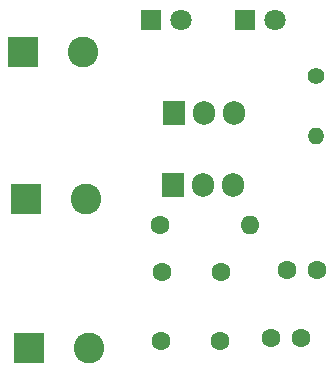
<source format=gbr>
%TF.GenerationSoftware,KiCad,Pcbnew,7.0.7*%
%TF.CreationDate,2023-12-05T02:10:00+05:30*%
%TF.ProjectId,VR 5v and 9v,56522035-7620-4616-9e64-2039762e6b69,rev?*%
%TF.SameCoordinates,Original*%
%TF.FileFunction,Soldermask,Bot*%
%TF.FilePolarity,Negative*%
%FSLAX46Y46*%
G04 Gerber Fmt 4.6, Leading zero omitted, Abs format (unit mm)*
G04 Created by KiCad (PCBNEW 7.0.7) date 2023-12-05 02:10:00*
%MOMM*%
%LPD*%
G01*
G04 APERTURE LIST*
%ADD10C,1.600000*%
%ADD11R,1.905000X2.000000*%
%ADD12O,1.905000X2.000000*%
%ADD13R,2.600000X2.600000*%
%ADD14C,2.600000*%
%ADD15C,1.400000*%
%ADD16O,1.400000X1.400000*%
%ADD17O,1.600000X1.600000*%
%ADD18R,1.800000X1.800000*%
%ADD19C,1.800000*%
G04 APERTURE END LIST*
D10*
%TO.C,*%
X139060000Y-106710000D03*
X144060000Y-106710000D03*
%TD*%
%TO.C,C2*%
X149760000Y-100700000D03*
X152260000Y-100700000D03*
%TD*%
D11*
%TO.C,*%
X140190000Y-87400000D03*
D12*
X142730000Y-87400000D03*
X145270000Y-87400000D03*
%TD*%
D13*
%TO.C,J3*%
X127875000Y-107285000D03*
D14*
X132955000Y-107285000D03*
%TD*%
D15*
%TO.C,*%
X152230000Y-84260000D03*
D16*
X152230000Y-89340000D03*
%TD*%
D10*
%TO.C,C4*%
X148410000Y-106440000D03*
X150910000Y-106440000D03*
%TD*%
D11*
%TO.C,*%
X140100000Y-93475000D03*
D12*
X142640000Y-93475000D03*
X145180000Y-93475000D03*
%TD*%
D10*
%TO.C,R1*%
X139030000Y-96920000D03*
D17*
X146650000Y-96920000D03*
%TD*%
D10*
%TO.C,*%
X139190000Y-100900000D03*
X144190000Y-100900000D03*
%TD*%
D13*
%TO.C,*%
X127430000Y-82270000D03*
D14*
X132510000Y-82270000D03*
%TD*%
D18*
%TO.C,D2*%
X146162000Y-79492000D03*
D19*
X148702000Y-79492000D03*
%TD*%
D13*
%TO.C,J2*%
X127665000Y-94655000D03*
D14*
X132745000Y-94655000D03*
%TD*%
D18*
%TO.C,D1*%
X138250000Y-79570000D03*
D19*
X140790000Y-79570000D03*
%TD*%
M02*

</source>
